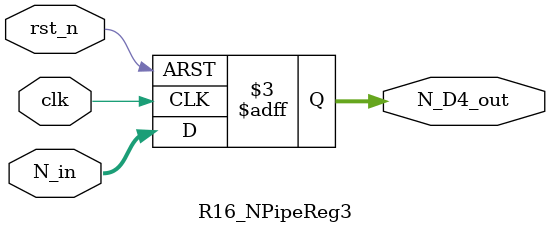
<source format=v>
`include "define.v"                               
module R16_NPipeReg3(N_D4_out,                      
                     N_in,                          
                     rst_n,                         
                     clk                            
                     ) ;                            
                                                    
parameter P_WIDTH     = 64 ;                        
parameter P_ZERO      = 64'h0 ;                     
                                                    
                                                    
output [P_WIDTH-1:0] N_D4_out ;                     
                                                    
input [P_WIDTH-1:0]  N_in ;                         
input                rst_n ;                        
input                clk ;                          
                                                    
reg [P_WIDTH-1:0]  N_D4_out ;                       
                                                    
                                                    
	//                                                 
	always @(posedge clk or negedge rst_n) begin       
		if(~rst_n) begin                               
			N_D4_out <= P_ZERO ;                       
		end                                            
		else begin                                     
			N_D4_out <= N_in ;                      
		end                                            
	end                                                
                                                    
endmodule                                           

</source>
